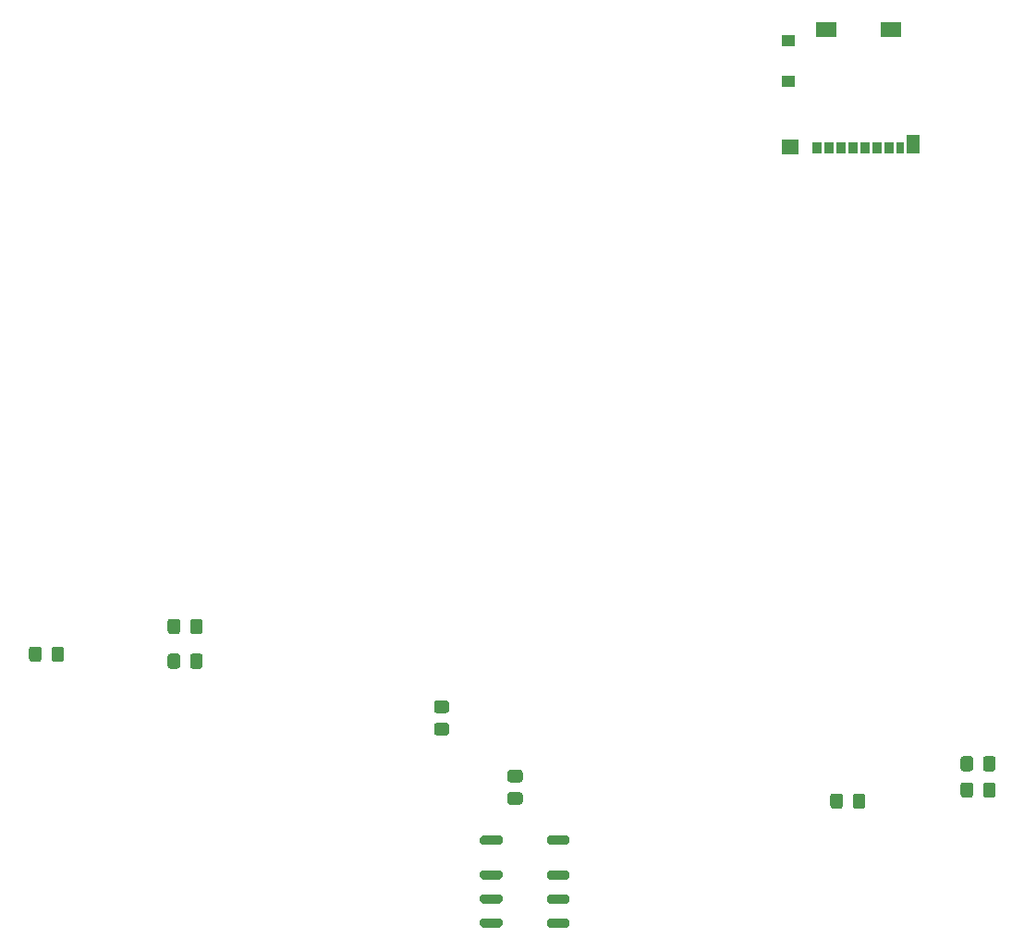
<source format=gbr>
%TF.GenerationSoftware,KiCad,Pcbnew,5.1.6-c6e7f7d~87~ubuntu18.04.1*%
%TF.CreationDate,2020-11-06T01:01:49+00:00*%
%TF.ProjectId,CirrusDspPedal,43697272-7573-4447-9370-506564616c2e,rev?*%
%TF.SameCoordinates,Original*%
%TF.FileFunction,Paste,Bot*%
%TF.FilePolarity,Positive*%
%FSLAX46Y46*%
G04 Gerber Fmt 4.6, Leading zero omitted, Abs format (unit mm)*
G04 Created by KiCad (PCBNEW 5.1.6-c6e7f7d~87~ubuntu18.04.1) date 2020-11-06 01:01:49*
%MOMM*%
%LPD*%
G01*
G04 APERTURE LIST*
%ADD10R,1.900000X1.350000*%
%ADD11R,1.200000X1.000000*%
%ADD12R,1.550000X1.350000*%
%ADD13R,1.170000X1.800000*%
%ADD14R,0.850000X1.100000*%
%ADD15R,0.750000X1.100000*%
G04 APERTURE END LIST*
%TO.C,K1*%
G36*
G01*
X152690000Y-129858000D02*
X152690000Y-130258000D01*
G75*
G02*
X152490000Y-130458000I-200000J0D01*
G01*
X150830000Y-130458000D01*
G75*
G02*
X150630000Y-130258000I0J200000D01*
G01*
X150630000Y-129858000D01*
G75*
G02*
X150830000Y-129658000I200000J0D01*
G01*
X152490000Y-129658000D01*
G75*
G02*
X152690000Y-129858000I0J-200000D01*
G01*
G37*
G36*
G01*
X152690000Y-133058000D02*
X152690000Y-133458000D01*
G75*
G02*
X152490000Y-133658000I-200000J0D01*
G01*
X150830000Y-133658000D01*
G75*
G02*
X150630000Y-133458000I0J200000D01*
G01*
X150630000Y-133058000D01*
G75*
G02*
X150830000Y-132858000I200000J0D01*
G01*
X152490000Y-132858000D01*
G75*
G02*
X152690000Y-133058000I0J-200000D01*
G01*
G37*
G36*
G01*
X152690000Y-135258000D02*
X152690000Y-135658000D01*
G75*
G02*
X152490000Y-135858000I-200000J0D01*
G01*
X150830000Y-135858000D01*
G75*
G02*
X150630000Y-135658000I0J200000D01*
G01*
X150630000Y-135258000D01*
G75*
G02*
X150830000Y-135058000I200000J0D01*
G01*
X152490000Y-135058000D01*
G75*
G02*
X152690000Y-135258000I0J-200000D01*
G01*
G37*
G36*
G01*
X152690000Y-137458000D02*
X152690000Y-137858000D01*
G75*
G02*
X152490000Y-138058000I-200000J0D01*
G01*
X150830000Y-138058000D01*
G75*
G02*
X150630000Y-137858000I0J200000D01*
G01*
X150630000Y-137458000D01*
G75*
G02*
X150830000Y-137258000I200000J0D01*
G01*
X152490000Y-137258000D01*
G75*
G02*
X152690000Y-137458000I0J-200000D01*
G01*
G37*
G36*
G01*
X146550000Y-137458000D02*
X146550000Y-137858000D01*
G75*
G02*
X146350000Y-138058000I-200000J0D01*
G01*
X144690000Y-138058000D01*
G75*
G02*
X144490000Y-137858000I0J200000D01*
G01*
X144490000Y-137458000D01*
G75*
G02*
X144690000Y-137258000I200000J0D01*
G01*
X146350000Y-137258000D01*
G75*
G02*
X146550000Y-137458000I0J-200000D01*
G01*
G37*
G36*
G01*
X146550000Y-135258000D02*
X146550000Y-135658000D01*
G75*
G02*
X146350000Y-135858000I-200000J0D01*
G01*
X144690000Y-135858000D01*
G75*
G02*
X144490000Y-135658000I0J200000D01*
G01*
X144490000Y-135258000D01*
G75*
G02*
X144690000Y-135058000I200000J0D01*
G01*
X146350000Y-135058000D01*
G75*
G02*
X146550000Y-135258000I0J-200000D01*
G01*
G37*
G36*
G01*
X146550000Y-133058000D02*
X146550000Y-133458000D01*
G75*
G02*
X146350000Y-133658000I-200000J0D01*
G01*
X144690000Y-133658000D01*
G75*
G02*
X144490000Y-133458000I0J200000D01*
G01*
X144490000Y-133058000D01*
G75*
G02*
X144690000Y-132858000I200000J0D01*
G01*
X146350000Y-132858000D01*
G75*
G02*
X146550000Y-133058000I0J-200000D01*
G01*
G37*
G36*
G01*
X146550000Y-129858000D02*
X146550000Y-130258000D01*
G75*
G02*
X146350000Y-130458000I-200000J0D01*
G01*
X144690000Y-130458000D01*
G75*
G02*
X144490000Y-130258000I0J200000D01*
G01*
X144490000Y-129858000D01*
G75*
G02*
X144690000Y-129658000I200000J0D01*
G01*
X146350000Y-129658000D01*
G75*
G02*
X146550000Y-129858000I0J-200000D01*
G01*
G37*
%TD*%
%TO.C,L1*%
G36*
G01*
X141420001Y-118422000D02*
X140519999Y-118422000D01*
G75*
G02*
X140270000Y-118172001I0J249999D01*
G01*
X140270000Y-117521999D01*
G75*
G02*
X140519999Y-117272000I249999J0D01*
G01*
X141420001Y-117272000D01*
G75*
G02*
X141670000Y-117521999I0J-249999D01*
G01*
X141670000Y-118172001D01*
G75*
G02*
X141420001Y-118422000I-249999J0D01*
G01*
G37*
G36*
G01*
X141420001Y-120472000D02*
X140519999Y-120472000D01*
G75*
G02*
X140270000Y-120222001I0J249999D01*
G01*
X140270000Y-119571999D01*
G75*
G02*
X140519999Y-119322000I249999J0D01*
G01*
X141420001Y-119322000D01*
G75*
G02*
X141670000Y-119571999I0J-249999D01*
G01*
X141670000Y-120222001D01*
G75*
G02*
X141420001Y-120472000I-249999J0D01*
G01*
G37*
%TD*%
D10*
%TO.C,J6*%
X182165000Y-55839000D03*
X176195000Y-55839000D03*
D11*
X172695000Y-60514000D03*
X172695000Y-56814000D03*
D12*
X172870000Y-66539000D03*
D13*
X184190000Y-66314000D03*
D14*
X181930000Y-66664000D03*
X180830000Y-66664000D03*
X179730000Y-66664000D03*
X178630000Y-66664000D03*
X177530000Y-66664000D03*
X176430000Y-66664000D03*
D15*
X182980000Y-66664000D03*
D14*
X175330000Y-66664000D03*
%TD*%
%TO.C,C20*%
G36*
G01*
X147250999Y-125672000D02*
X148151001Y-125672000D01*
G75*
G02*
X148401000Y-125921999I0J-249999D01*
G01*
X148401000Y-126572001D01*
G75*
G02*
X148151001Y-126822000I-249999J0D01*
G01*
X147250999Y-126822000D01*
G75*
G02*
X147001000Y-126572001I0J249999D01*
G01*
X147001000Y-125921999D01*
G75*
G02*
X147250999Y-125672000I249999J0D01*
G01*
G37*
G36*
G01*
X147250999Y-123622000D02*
X148151001Y-123622000D01*
G75*
G02*
X148401000Y-123871999I0J-249999D01*
G01*
X148401000Y-124522001D01*
G75*
G02*
X148151001Y-124772000I-249999J0D01*
G01*
X147250999Y-124772000D01*
G75*
G02*
X147001000Y-124522001I0J249999D01*
G01*
X147001000Y-123871999D01*
G75*
G02*
X147250999Y-123622000I249999J0D01*
G01*
G37*
%TD*%
%TO.C,C13*%
G36*
G01*
X104325000Y-112579999D02*
X104325000Y-113480001D01*
G75*
G02*
X104075001Y-113730000I-249999J0D01*
G01*
X103424999Y-113730000D01*
G75*
G02*
X103175000Y-113480001I0J249999D01*
G01*
X103175000Y-112579999D01*
G75*
G02*
X103424999Y-112330000I249999J0D01*
G01*
X104075001Y-112330000D01*
G75*
G02*
X104325000Y-112579999I0J-249999D01*
G01*
G37*
G36*
G01*
X106375000Y-112579999D02*
X106375000Y-113480001D01*
G75*
G02*
X106125001Y-113730000I-249999J0D01*
G01*
X105474999Y-113730000D01*
G75*
G02*
X105225000Y-113480001I0J249999D01*
G01*
X105225000Y-112579999D01*
G75*
G02*
X105474999Y-112330000I249999J0D01*
G01*
X106125001Y-112330000D01*
G75*
G02*
X106375000Y-112579999I0J-249999D01*
G01*
G37*
%TD*%
%TO.C,C11*%
G36*
G01*
X117925000Y-110940001D02*
X117925000Y-110039999D01*
G75*
G02*
X118174999Y-109790000I249999J0D01*
G01*
X118825001Y-109790000D01*
G75*
G02*
X119075000Y-110039999I0J-249999D01*
G01*
X119075000Y-110940001D01*
G75*
G02*
X118825001Y-111190000I-249999J0D01*
G01*
X118174999Y-111190000D01*
G75*
G02*
X117925000Y-110940001I0J249999D01*
G01*
G37*
G36*
G01*
X115875000Y-110940001D02*
X115875000Y-110039999D01*
G75*
G02*
X116124999Y-109790000I249999J0D01*
G01*
X116775001Y-109790000D01*
G75*
G02*
X117025000Y-110039999I0J-249999D01*
G01*
X117025000Y-110940001D01*
G75*
G02*
X116775001Y-111190000I-249999J0D01*
G01*
X116124999Y-111190000D01*
G75*
G02*
X115875000Y-110940001I0J249999D01*
G01*
G37*
%TD*%
%TO.C,C10*%
G36*
G01*
X117925000Y-114115001D02*
X117925000Y-113214999D01*
G75*
G02*
X118174999Y-112965000I249999J0D01*
G01*
X118825001Y-112965000D01*
G75*
G02*
X119075000Y-113214999I0J-249999D01*
G01*
X119075000Y-114115001D01*
G75*
G02*
X118825001Y-114365000I-249999J0D01*
G01*
X118174999Y-114365000D01*
G75*
G02*
X117925000Y-114115001I0J249999D01*
G01*
G37*
G36*
G01*
X115875000Y-114115001D02*
X115875000Y-113214999D01*
G75*
G02*
X116124999Y-112965000I249999J0D01*
G01*
X116775001Y-112965000D01*
G75*
G02*
X117025000Y-113214999I0J-249999D01*
G01*
X117025000Y-114115001D01*
G75*
G02*
X116775001Y-114365000I-249999J0D01*
G01*
X116124999Y-114365000D01*
G75*
G02*
X115875000Y-114115001I0J249999D01*
G01*
G37*
%TD*%
%TO.C,C3*%
G36*
G01*
X177731000Y-126041999D02*
X177731000Y-126942001D01*
G75*
G02*
X177481001Y-127192000I-249999J0D01*
G01*
X176830999Y-127192000D01*
G75*
G02*
X176581000Y-126942001I0J249999D01*
G01*
X176581000Y-126041999D01*
G75*
G02*
X176830999Y-125792000I249999J0D01*
G01*
X177481001Y-125792000D01*
G75*
G02*
X177731000Y-126041999I0J-249999D01*
G01*
G37*
G36*
G01*
X179781000Y-126041999D02*
X179781000Y-126942001D01*
G75*
G02*
X179531001Y-127192000I-249999J0D01*
G01*
X178880999Y-127192000D01*
G75*
G02*
X178631000Y-126942001I0J249999D01*
G01*
X178631000Y-126041999D01*
G75*
G02*
X178880999Y-125792000I249999J0D01*
G01*
X179531001Y-125792000D01*
G75*
G02*
X179781000Y-126041999I0J-249999D01*
G01*
G37*
%TD*%
%TO.C,C2*%
G36*
G01*
X190569000Y-125926001D02*
X190569000Y-125025999D01*
G75*
G02*
X190818999Y-124776000I249999J0D01*
G01*
X191469001Y-124776000D01*
G75*
G02*
X191719000Y-125025999I0J-249999D01*
G01*
X191719000Y-125926001D01*
G75*
G02*
X191469001Y-126176000I-249999J0D01*
G01*
X190818999Y-126176000D01*
G75*
G02*
X190569000Y-125926001I0J249999D01*
G01*
G37*
G36*
G01*
X188519000Y-125926001D02*
X188519000Y-125025999D01*
G75*
G02*
X188768999Y-124776000I249999J0D01*
G01*
X189419001Y-124776000D01*
G75*
G02*
X189669000Y-125025999I0J-249999D01*
G01*
X189669000Y-125926001D01*
G75*
G02*
X189419001Y-126176000I-249999J0D01*
G01*
X188768999Y-126176000D01*
G75*
G02*
X188519000Y-125926001I0J249999D01*
G01*
G37*
%TD*%
%TO.C,C1*%
G36*
G01*
X190569000Y-123513001D02*
X190569000Y-122612999D01*
G75*
G02*
X190818999Y-122363000I249999J0D01*
G01*
X191469001Y-122363000D01*
G75*
G02*
X191719000Y-122612999I0J-249999D01*
G01*
X191719000Y-123513001D01*
G75*
G02*
X191469001Y-123763000I-249999J0D01*
G01*
X190818999Y-123763000D01*
G75*
G02*
X190569000Y-123513001I0J249999D01*
G01*
G37*
G36*
G01*
X188519000Y-123513001D02*
X188519000Y-122612999D01*
G75*
G02*
X188768999Y-122363000I249999J0D01*
G01*
X189419001Y-122363000D01*
G75*
G02*
X189669000Y-122612999I0J-249999D01*
G01*
X189669000Y-123513001D01*
G75*
G02*
X189419001Y-123763000I-249999J0D01*
G01*
X188768999Y-123763000D01*
G75*
G02*
X188519000Y-123513001I0J249999D01*
G01*
G37*
%TD*%
M02*

</source>
